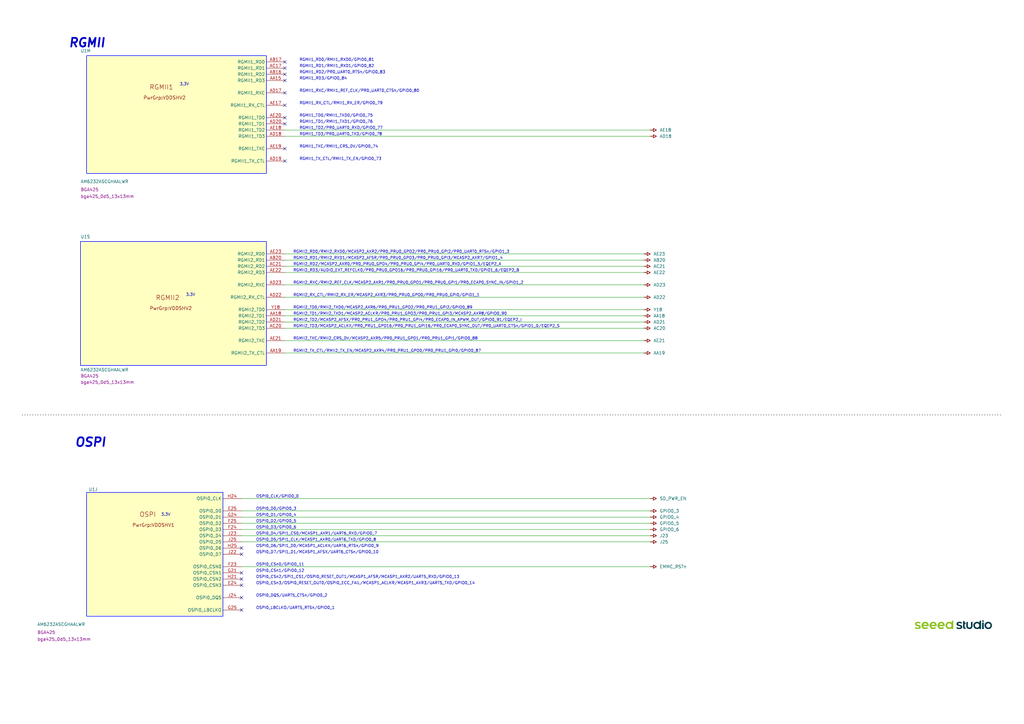
<source format=kicad_sch>
(kicad_sch (version 20231120) (generator "eeschema") (generator_version "8.0")
  (paper "User" 419.989 297.002)
  (no_connect (at 99.06 250.19))
  (no_connect (at 116.84 25.4))
  (no_connect (at 99.06 237.49))
  (no_connect (at 116.84 43.18))
  (no_connect (at 116.84 38.1))
  (no_connect (at 116.84 33.02))
  (no_connect (at 116.84 50.8))
  (no_connect (at 116.84 60.96))
  (no_connect (at 99.06 234.95))
  (no_connect (at 99.06 227.33))
  (no_connect (at 116.84 27.94))
  (no_connect (at 116.84 66.04))
  (no_connect (at 99.06 240.03))
  (no_connect (at 99.06 224.79))
  (no_connect (at 116.84 30.48))
  (no_connect (at 116.84 48.26))
  (no_connect (at 99.06 245.11))
  (wire (pts (xy 264.16 104.14) (xy 116.84 104.14)))
  (wire (pts (xy 99.06 232.41) (xy 266.7 232.41)))
  (wire (pts (xy 266.7 209.55) (xy 99.06 209.55)))
  (wire (pts (xy 264.16 116.84) (xy 116.84 116.84)))
  (wire (pts (xy 264.16 127) (xy 116.84 127)))
  (wire (pts (xy 264.16 144.78) (xy 116.84 144.78)))
  (wire (pts (xy 99.06 204.47) (xy 266.7 204.47)))
  (wire (pts (xy 264.16 106.68) (xy 116.84 106.68)))
  (wire (pts (xy 264.16 121.92) (xy 116.84 121.92)))
  (wire (pts (xy 264.16 139.7) (xy 116.84 139.7)))
  (wire (pts (xy 266.7 53.34) (xy 116.84 53.34)))
  (wire (pts (xy 264.16 132.08) (xy 116.84 132.08)))
  (wire (pts (xy 264.16 109.22) (xy 116.84 109.22)))
  (wire (pts (xy 99.06 222.25) (xy 266.7 222.25)))
  (wire (pts (xy 264.16 129.54) (xy 116.84 129.54)))
  (polyline (pts (xy 9.144 170.18) (xy 410.464 170.18)) (stroke (width 0.254) (type dot) (color 0 0 0 1)))
  (wire (pts (xy 99.06 219.71) (xy 266.7 219.71)))
  (wire (pts (xy 266.7 55.88) (xy 116.84 55.88)))
  (wire (pts (xy 266.7 212.09) (xy 99.06 212.09)))
  (wire (pts (xy 116.84 134.62) (xy 264.16 134.62)))
  (wire (pts (xy 266.7 217.17) (xy 99.06 217.17)))
  (wire (pts (xy 266.7 214.63) (xy 99.06 214.63)))
  (wire (pts (xy 264.16 111.76) (xy 116.84 111.76)))
  (image (at 390.9945 256.413) (scale 0.481127))
  (text_box "RGMII1_RD3/GPIO0_84\n" (at 146.558 32.766 0) (size -24.638 -2.286) (stroke (width -0.0001) (color 0 0 0 1)) (effects (font (size 1.143 1.143)) (justify left top)))
  (text_box "RGMII1_TXC/RMII1_CRS_DV/GPIO0_74\n" (at 163.068 60.706 0) (size -41.148 -2.286) (stroke (width -0.0001) (color 0 0 0 1)) (effects (font (size 1.143 1.143)) (justify left top)))
  (text_box "OSPI0_D4/SPI1_CS0/MCASP1_AXR1/UART6_RXD/GPIO0_7\n" (at 164.338 219.456 0) (size -60.198 -2.286) (stroke (width -0.0001) (color 0 0 0 1)) (effects (font (size 1.143 1.143)) (justify left top)))
  (text_box "OSPI0_CLK/GPIO0_0\n" (at 126.238 204.216 0) (size -22.098 -2.286) (stroke (width -0.0001) (color 0 0 0 1)) (effects (font (size 1.143 1.143)) (justify left top)))
  (text_box "OSPI0_D6/SPI1_D0/MCASP1_ACLKX/UART6_RTSn/GPIO0_9\n" (at 165.608 224.536 0) (size -61.468 -2.286) (stroke (width -0.0001) (color 0 0 0 1)) (effects (font (size 1.143 1.143)) (justify left top)))
  (text_box "RGMII2_RX_CTL/RMII2_RX_ER/MCASP2_AXR3/PR0_PRU0_GPO0/PR0_PRU0_GPI0/GPIO1_1\n" (at 212.598 121.666 0) (size -93.218 -2.286) (stroke (width -0.0001) (color 0 0 0 1)) (effects (font (size 1.143 1.143)) (justify left top)))
  (text_box "OSPI0_CSn2/SPI1_CS1/OSPI0_RESET_OUT1/MCASP1_AFSR/MCASP1_AXR2/UART5_RXD/GPIO0_13\n" (at 204.978 237.236 0) (size -100.838 -2.286) (stroke (width -0.0001) (color 0 0 0 1)) (effects (font (size 1.143 1.143)) (justify left top)))
  (text_box "RGMII2_TD0/RMII2_TXD0/MCASP2_AXR6/PR0_PRU1_GPO2/PR0_PRU1_GPI2/GPIO0_89\n" (at 208.788 126.746 0) (size -89.408 -2.286) (stroke (width -0.0001) (color 0 0 0 1)) (effects (font (size 1.143 1.143)) (justify left top)))
  (text_box "OSPI0_D0/GPIO0_3\n" (at 124.968 209.296 0) (size -20.828 -2.286) (stroke (width -0.0001) (color 0 0 0 1)) (effects (font (size 1.143 1.143)) (justify left top)))
  (text_box "RGMII2_TX_CTL/RMII2_TX_EN/MCASP2_AXR4/PR0_PRU1_GPO0/PR0_PRU1_GPI0/GPIO0_87\n" (at 213.868 144.526 0) (size -94.488 -2.286) (stroke (width -0.0001) (color 0 0 0 1)) (effects (font (size 1.143 1.143)) (justify left top)))
  (text_box "RGMII2_RD0/RMII2_RXD0/MCASP2_AXR2/PR0_PRU0_GPO2/PR0_PRU0_GPI2/PR0_UART0_RTSn/GPIO1_3\n" (at 226.568 103.886 0) (size -107.188 -2.286) (stroke (width -0.0001) (color 0 0 0 1)) (effects (font (size 1.143 1.143)) (justify left top)))
  (text_box "RGMII2_TD1/RMII2_TXD1/MCASP2_ACLKR/PR0_PRU1_GPO3/PR0_PRU1_GPI3/MCASP2_AXR8/GPIO0_90\n" (at 225.298 129.286 0) (size -105.918 -2.286) (stroke (width -0.0001) (color 0 0 0 1)) (effects (font (size 1.143 1.143)) (justify left top)))
  (text_box "RGMII1_RD2/PR0_UART0_RTSn/GPIO0_83\n" (at 165.608 30.226 0) (size -43.688 -2.286) (stroke (width -0.0001) (color 0 0 0 1)) (effects (font (size 1.143 1.143)) (justify left top)))
  (text_box "OSPI0_D3/GPIO0_6\n" (at 124.968 216.916 0) (size -20.828 -2.286) (stroke (width -0.0001) (color 0 0 0 1)) (effects (font (size 1.143 1.143)) (justify left top)))
  (text_box "RGMII2_RD2/MCASP2_AXR0/PR0_PRU0_GPO4/PR0_PRU0_GPI4/PR0_UART0_RXD/GPIO1_5/EQEP2_A\n" (at 221.488 108.966 0) (size -102.108 -2.286) (stroke (width -0.0001) (color 0 0 0 1)) (effects (font (size 1.143 1.143)) (justify left top)))
  (text_box "RGMII2_RXC/RMII2_REF_CLK/MCASP2_AXR1/PR0_PRU0_GPO1/PR0_PRU0_GPI1/PR0_ECAP0_SYNC_IN/GPIO1_2\n" (at 234.188 116.586 0) (size -114.808 -2.286) (stroke (width -0.0001) (color 0 0 0 1)) (effects (font (size 1.143 1.143)) (justify left top)))
  (text_box "OSPI0_CSn1/GPIO0_12\n" (at 128.778 234.696 0) (size -24.638 -2.286) (stroke (width -0.0001) (color 0 0 0 1)) (effects (font (size 1.143 1.143)) (justify left top)))
  (text_box "RGMII1_TX_CTL/RMII1_TX_EN/GPIO0_73\n" (at 165.608 65.786 0) (size -43.688 -2.286) (stroke (width -0.0001) (color 0 0 0 1)) (effects (font (size 1.143 1.143)) (justify left top)))
  (text_box "OSPI0_D5/SPI1_CLK/MCASP1_AXR0/UART6_TXD/GPIO0_8\n" (at 164.338 221.996 0) (size -60.198 -2.286) (stroke (width -0.0001) (color 0 0 0 1)) (effects (font (size 1.143 1.143)) (justify left top)))
  (text_box "RGMII1_RD1/RMII1_RXD1/GPIO0_82\n" (at 160.528 27.686 0) (size -38.608 -2.286) (stroke (width -0.0001) (color 0 0 0 1)) (effects (font (size 1.143 1.143)) (justify left top)))
  (text_box "OSPI0_CSn3/OSPI0_RESET_OUT0/OSPI0_ECC_FAIL/MCASP1_ACLKR/MCASP1_AXR3/UART5_TXD/GPIO0_14\n" (at 213.868 239.776 0) (size -109.728 -2.286) (stroke (width -0.0001) (color 0 0 0 1)) (effects (font (size 1.143 1.143)) (justify left top)))
  (text_box "RGMII1_RX_CTL/RMII1_RX_ER/GPIO0_79\n" (at 165.608 42.926 0) (size -43.688 -2.286) (stroke (width -0.0001) (color 0 0 0 1)) (effects (font (size 1.143 1.143)) (justify left top)))
  (text_box "RGMII2_TD3/MCASP2_ACLKX/PR0_PRU1_GPO16/PR0_PRU1_GPI16/PR0_ECAP0_SYNC_OUT/PR0_UART0_CTSn/GPIO1_0/EQEP2_S\n" (at 250.698 134.366 0) (size -131.318 -2.286) (stroke (width -0.0001) (color 0 0 0 1)) (effects (font (size 1.143 1.143)) (justify left top)))
  (text_box "RGMII1_RD0/RMII1_RXD0/GPIO0_81\n" (at 160.528 25.146 0) (size -38.608 -2.286) (stroke (width -0.0001) (color 0 0 0 1)) (effects (font (size 1.143 1.143)) (justify left top)))
  (text_box "OSPI0_D1/GPIO0_4\n" (at 124.968 211.836 0) (size -20.828 -2.286) (stroke (width -0.0001) (color 0 0 0 1)) (effects (font (size 1.143 1.143)) (justify left top)))
  (text_box "RGMII1_TD1/RMII1_TXD1/GPIO0_76\n" (at 160.528 50.546 0) (size -38.608 -2.286) (stroke (width -0.0001) (color 0 0 0 1)) (effects (font (size 1.143 1.143)) (justify left top)))
  (text_box "RGMII2_RD1/RMII2_RXD1/MCASP2_AFSR/PR0_PRU0_GPO3/PR0_PRU0_GPI3/MCASP2_AXR7/GPIO1_4\n" (at 222.758 106.426 0) (size -103.378 -2.286) (stroke (width -0.0001) (color 0 0 0 1)) (effects (font (size 1.143 1.143)) (justify left top)))
  (text_box "OSPI0_DQS/UART5_CTSn/GPIO0_2\n" (at 140.208 244.856 0) (size -36.068 -2.286) (stroke (width -0.0001) (color 0 0 0 1)) (effects (font (size 1.143 1.143)) (justify left top)))
  (text_box "RGMII2_TXC/RMII2_CRS_DV/MCASP2_AXR5/PR0_PRU1_GPO1/PR0_PRU1_GPI1/GPIO0_88\n" (at 211.328 139.446 0) (size -91.948 -2.286) (stroke (width -0.0001) (color 0 0 0 1)) (effects (font (size 1.143 1.143)) (justify left top)))
  (text_box "RGMII1_RXC/RMII1_REF_CLK/PR0_UART0_CTSn/GPIO0_80\n" (at 183.388 37.846 0) (size -61.468 -2.286) (stroke (width -0.0001) (color 0 0 0 1)) (effects (font (size 1.143 1.143)) (justify left top)))
  (text_box "RGMII2_RD3/AUDIO_EXT_REFCLK0/PR0_PRU0_GPO16/PR0_PRU0_GPI16/PR0_UART0_TXD/GPIO1_6/EQEP2_B\n" (at 231.648 111.506 0) (size -112.268 -2.286) (stroke (width -0.0001) (color 0 0 0 1)) (effects (font (size 1.143 1.143)) (justify left top)))
  (text_box "OSPI0_D2/GPIO0_5\n" (at 124.968 214.376 0) (size -20.828 -2.286) (stroke (width -0.0001) (color 0 0 0 1)) (effects (font (size 1.143 1.143)) (justify left top)))
  (text_box "RGMII1_TD3/PR0_UART0_TXD/GPIO0_78\n" (at 164.338 55.626 0) (size -42.418 -2.286) (stroke (width -0.0001) (color 0 0 0 1)) (effects (font (size 1.143 1.143)) (justify left top)))
  (text_box "OSPI0_CSn0/GPIO0_11\n" (at 128.778 232.156 0) (size -24.638 -2.286) (stroke (width -0.0001) (color 0 0 0 1)) (effects (font (size 1.143 1.143)) (justify left top)))
  (text_box "RGMII2_TD2/MCASP2_AFSX/PR0_PRU1_GPO4/PR0_PRU1_GPI4/PR0_ECAP0_IN_APWM_OUT/GPIO0_91/EQEP2_I\n" (at 232.918 131.826 0) (size -113.538 -2.286) (stroke (width -0.0001) (color 0 0 0 1)) (effects (font (size 1.143 1.143)) (justify left top)))
  (text_box "RGMII1_TD2/PR0_UART0_RXD/GPIO0_77\n" (at 164.338 53.086 0) (size -42.418 -2.286) (stroke (width -0.0001) (color 0 0 0 1)) (effects (font (size 1.143 1.143)) (justify left top)))
  (text_box "OSPI0_D7/SPI1_D1/MCASP1_AFSX/UART6_CTSn/GPIO0_10\n" (at 165.608 227.076 0) (size -61.468 -2.286) (stroke (width -0.0001) (color 0 0 0 1)) (effects (font (size 1.143 1.143)) (justify left top)))
  (text_box "OSPI0_LBCLKO/UART5_RTSn/GPIO0_1\n" (at 144.018 249.936 0) (size -39.878 -2.286) (stroke (width -0.0001) (color 0 0 0 1)) (effects (font (size 1.143 1.143)) (justify left top)))
  (text_box "RGMII1_TD0/RMII1_TXD0/GPIO0_75\n" (at 160.528 48.006 0) (size -38.608 -2.286) (stroke (width -0.0001) (color 0 0 0 1)) (effects (font (size 1.143 1.143)) (justify left top)))
  (text "RGMII" (at 27.94 19.812 0) (effects (font (size 3.556 3.556) (thickness 0.7112) (bold yes) (italic yes)) (justify left bottom)))
  (text "3.3V" (at 66.04 211.836 0) (effects (font (size 1.143 1.143)) (justify left bottom)))
  (text "OSPI" (at 30.48 183.642 0) (effects (font (size 3.556 3.556) (thickness 0.7112) (bold yes) (italic yes)) (justify left bottom)))
  (text "3.3V" (at 76.2 121.666 0) (effects (font (size 1.143 1.143)) (justify left bottom)))
  (text "3.3V" (at 73.66 35.306 0) (effects (font (size 1.143 1.143)) (justify left bottom)))
  (symbol (lib_id "pocketbeagle2-kicad-altium-import:AA18_ARROW") (at 264.16 129.54 90) (unit 1)
    (property "Reference" "#PWR?" (effects (hide yes)))
    (property "Value" "AA18" (at 267.97 129.54 90) (effects (justify right)))
  )
  (symbol (lib_id "pocketbeagle2-kicad-altium-import:J25_ARROW") (at 266.7 222.25 90) (unit 1)
    (property "Reference" "#PWR?" (effects (hide yes)))
    (property "Value" "J25" (at 270.51 222.25 90) (effects (justify right)))
  )
  (symbol (lib_id "pocketbeagle2-kicad-altium-import:AE22_ARROW") (at 264.16 111.76 90) (unit 1)
    (property "Reference" "#PWR?" (effects (hide yes)))
    (property "Value" "AE22" (at 267.97 111.76 90) (effects (justify right)))
  )
  (symbol (lib_id "pocketbeagle2-kicad-altium-import:AA19_ARROW") (at 264.16 144.78 90) (unit 1)
    (property "Reference" "#PWR?" (effects (hide yes)))
    (property "Value" "AA19" (at 267.97 144.78 90) (effects (justify right)))
  )
  (symbol (lib_id "pocketbeagle2-kicad-altium-import:J23_ARROW") (at 266.7 219.71 90) (unit 1)
    (property "Reference" "#PWR?" (effects (hide yes)))
    (property "Value" "J23" (at 270.51 219.71 90) (effects (justify right)))
  )
  (symbol (lib_id "pocketbeagle2-kicad-altium-import:AD23_ARROW") (at 264.16 116.84 90) (unit 1)
    (property "Reference" "#PWR?" (effects (hide yes)))
    (property "Value" "AD23" (at 267.97 116.84 90) (effects (justify right)))
  )
  (symbol (lib_id "pocketbeagle2-kicad-altium-import:root_0_mirrored_AM62x_BGA425") (at 109.22 99.06 0) (unit 19)
    (property "Reference" "U1" (at 33.02 97.79 0) (effects (justify left bottom)))
    (property "Value" "AM6232ASCGHAALWR" (at 33.02 152.4 0) (effects (justify left bottom)))
    (property "Footprint" "bga425_0d5_13x13mm" (effects (hide yes)))
    (property "Description" "SMD IC MPU;AM6232 Sitara Processor;BGA425" (effects (hide yes)))
    (property "PCB FOOTPRINT" "bga425_0d5_13x13mm" (at 33.02 157.48 0) (effects (justify left bottom)))
    (property "STATUS" "BeaglePlay" (effects (hide yes)))
    (property "MANUFACTURER PART NUMBER" "AM6232ASCGHAALWR" (effects (hide yes)))
    (property "TEMPERATURE" "-40¡ãC to 105¡ãC" (effects (hide yes)))
    (property "PN" "310011877" (effects (hide yes)))
    (property "PACKAGE SIZE" "BGA425" (at 33.02 154.94 0) (effects (justify left bottom)))
    (property "COMPANY PART STATUS" "BeaglePlay" (effects (hide yes)))
    (property "CLASS" "IC" (effects (hide yes)))
    (property "MANUFACTURER" "TI" (effects (hide yes)))
  )
  (symbol (lib_id "pocketbeagle2-kicad-altium-import:AC20_ARROW") (at 264.16 134.62 90) (unit 1)
    (property "Reference" "#PWR?" (effects (hide yes)))
    (property "Value" "AC20" (at 267.97 134.62 90) (effects (justify right)))
  )
  (symbol (lib_id "pocketbeagle2-kicad-altium-import:GPIO0_3_ARROW") (at 266.7 209.55 90) (unit 1)
    (property "Reference" "#PWR?" (effects (hide yes)))
    (property "Value" "GPIO0_3" (at 270.51 209.55 90) (effects (justify right)))
  )
  (symbol (lib_id "pocketbeagle2-kicad-altium-import:AB20_ARROW") (at 264.16 106.68 90) (unit 1)
    (property "Reference" "#PWR?" (effects (hide yes)))
    (property "Value" "AB20" (at 267.97 106.68 90) (effects (justify right)))
  )
  (symbol (lib_id "pocketbeagle2-kicad-altium-import:GPIO0_5_ARROW") (at 266.7 214.63 90) (unit 1)
    (property "Reference" "#PWR?" (effects (hide yes)))
    (property "Value" "GPIO0_5" (at 270.51 214.63 90) (effects (justify right)))
  )
  (symbol (lib_id "pocketbeagle2-kicad-altium-import:AD21_ARROW") (at 264.16 132.08 90) (unit 1)
    (property "Reference" "#PWR?" (effects (hide yes)))
    (property "Value" "AD21" (at 267.97 132.08 90) (effects (justify right)))
  )
  (symbol (lib_id "pocketbeagle2-kicad-altium-import:EMMC_RSTn_ARROW") (at 266.7 232.41 90) (unit 1)
    (property "Reference" "#PWR?" (effects (hide yes)))
    (property "Value" "EMMC_RSTn" (at 270.51 232.41 90) (effects (justify right)))
  )
  (symbol (lib_id "pocketbeagle2-kicad-altium-import:root_0_mirrored_AM62x_BGA425") (at 91.44 201.93 0) (unit 10)
    (property "Reference" "U1" (at 36.322 201.422 0) (effects (justify left bottom)))
    (property "Value" "AM6232ASCGHAALWR" (at 15.24 256.794 0) (effects (justify left bottom)))
    (property "Footprint" "bga425_0d5_13x13mm" (effects (hide yes)))
    (property "Description" "SMD IC MPU;AM6232 Sitara Processor;BGA425" (effects (hide yes)))
    (property "PCB FOOTPRINT" "bga425_0d5_13x13mm" (at 15.24 262.89 0) (effects (justify left bottom)))
    (property "PN" "310011877" (effects (hide yes)))
    (property "PACKAGE SIZE" "BGA425" (at 15.24 260.096 0) (effects (justify left bottom)))
    (property "COMPANY PART STATUS" "BeaglePlay" (effects (hide yes)))
    (property "CLASS" "IC" (effects (hide yes)))
    (property "MANUFACTURER" "TI" (effects (hide yes)))
    (property "TEMPERATURE" "-40¡ãC to 105¡ãC" (effects (hide yes)))
    (property "MANUFACTURER PART NUMBER" "AM6232ASCGHAALWR" (effects (hide yes)))
    (property "STATUS" "BeaglePlay" (effects (hide yes)))
  )
  (symbol (lib_id "pocketbeagle2-kicad-altium-import:GPIO0_6_ARROW") (at 266.7 217.17 90) (unit 1)
    (property "Reference" "#PWR?" (effects (hide yes)))
    (property "Value" "GPIO0_6" (at 270.51 217.17 90) (effects (justify right)))
  )
  (symbol (lib_id "pocketbeagle2-kicad-altium-import:AC21_ARROW") (at 264.16 109.22 90) (unit 1)
    (property "Reference" "#PWR?" (effects (hide yes)))
    (property "Value" "AC21" (at 267.97 109.22 90) (effects (justify right)))
  )
  (symbol (lib_id "pocketbeagle2-kicad-altium-import:AE23_ARROW") (at 264.16 104.14 90) (unit 1)
    (property "Reference" "#PWR?" (effects (hide yes)))
    (property "Value" "AE23" (at 267.97 104.14 90) (effects (justify right)))
  )
  (symbol (lib_id "pocketbeagle2-kicad-altium-import:GPIO0_4_ARROW") (at 266.7 212.09 90) (unit 1)
    (property "Reference" "#PWR?" (effects (hide yes)))
    (property "Value" "GPIO0_4" (at 270.51 212.09 90) (effects (justify right)))
  )
  (symbol (lib_id "pocketbeagle2-kicad-altium-import:AE18_ARROW") (at 266.7 53.34 90) (unit 1)
    (property "Reference" "#PWR?" (effects (hide yes)))
    (property "Value" "AE18" (at 270.51 53.34 90) (effects (justify right)))
  )
  (symbol (lib_id "pocketbeagle2-kicad-altium-import:AD18_ARROW") (at 266.7 55.88 90) (unit 1)
    (property "Reference" "#PWR?" (effects (hide yes)))
    (property "Value" "AD18" (at 270.51 55.88 90) (effects (justify right)))
  )
  (symbol (lib_id "pocketbeagle2-kicad-altium-import:root_0_mirrored_AM62x_BGA425") (at 109.22 22.86 0) (unit 13)
    (property "Reference" "U1" (at 33.02 21.59 0) (effects (justify left bottom)))
    (property "Value" "AM6232ASCGHAALWR" (at 33.02 75.184 0) (effects (justify left bottom)))
    (property "Footprint" "bga425_0d5_13x13mm" (effects (hide yes)))
    (property "Description" "SMD IC MPU;AM6232 Sitara Processor;BGA425" (effects (hide yes)))
    (property "PCB FOOTPRINT" "bga425_0d5_13x13mm" (at 33.02 81.28 0) (effects (justify left bottom)))
    (property "MANUFACTURER" "TI" (effects (hide yes)))
    (property "CLASS" "IC" (effects (hide yes)))
    (property "COMPANY PART STATUS" "BeaglePlay" (effects (hide yes)))
    (property "PACKAGE SIZE" "BGA425" (at 33.02 78.486 0) (effects (justify left bottom)))
    (property "PN" "310011877" (effects (hide yes)))
    (property "TEMPERATURE" "-40¡ãC to 105¡ãC" (effects (hide yes)))
    (property "MANUFACTURER PART NUMBER" "AM6232ASCGHAALWR" (effects (hide yes)))
    (property "STATUS" "BeaglePlay" (effects (hide yes)))
  )
  (symbol (lib_id "pocketbeagle2-kicad-altium-import:AE21_ARROW") (at 264.16 139.7 90) (unit 1)
    (property "Reference" "#PWR?" (effects (hide yes)))
    (property "Value" "AE21" (at 267.97 139.7 90) (effects (justify right)))
  )
  (symbol (lib_id "pocketbeagle2-kicad-altium-import:AD22_ARROW") (at 264.16 121.92 90) (unit 1)
    (property "Reference" "#PWR?" (effects (hide yes)))
    (property "Value" "AD22" (at 267.97 121.92 90) (effects (justify right)))
  )
  (symbol (lib_id "pocketbeagle2-kicad-altium-import:Y18_ARROW") (at 264.16 127 90) (unit 1)
    (property "Reference" "#PWR?" (effects (hide yes)))
    (property "Value" "Y18" (at 267.97 127 90) (effects (justify right)))
  )
  (symbol (lib_id "pocketbeagle2-kicad-altium-import:SD_PWR_EN_ARROW") (at 266.7 204.47 90) (unit 1)
    (property "Reference" "#PWR?" (effects (hide yes)))
    (property "Value" "SD_PWR_EN" (at 270.51 204.47 90) (effects (justify right)))
  )
)
</source>
